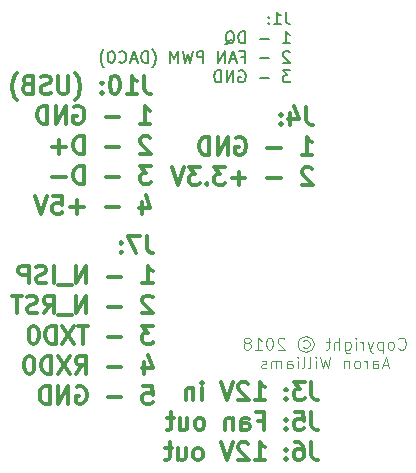
<source format=gbr>
G04 #@! TF.GenerationSoftware,KiCad,Pcbnew,5.0.2-5.0.2*
G04 #@! TF.CreationDate,2019-02-08T22:24:12-08:00*
G04 #@! TF.ProjectId,t962,74393632-2e6b-4696-9361-645f70636258,1.2.2*
G04 #@! TF.SameCoordinates,Original*
G04 #@! TF.FileFunction,Legend,Bot*
G04 #@! TF.FilePolarity,Positive*
%FSLAX46Y46*%
G04 Gerber Fmt 4.6, Leading zero omitted, Abs format (unit mm)*
G04 Created by KiCad (PCBNEW 5.0.2-5.0.2) date Fri 08 Feb 2019 10:24:12 PM PST*
%MOMM*%
%LPD*%
G01*
G04 APERTURE LIST*
%ADD10C,0.300000*%
%ADD11C,0.150000*%
%ADD12C,0.100000*%
G04 APERTURE END LIST*
D10*
X159019285Y-41828571D02*
X159019285Y-42900000D01*
X159090714Y-43114285D01*
X159233571Y-43257142D01*
X159447857Y-43328571D01*
X159590714Y-43328571D01*
X157662142Y-42328571D02*
X157662142Y-43328571D01*
X158019285Y-41757142D02*
X158376428Y-42828571D01*
X157447857Y-42828571D01*
X156876428Y-43185714D02*
X156805000Y-43257142D01*
X156876428Y-43328571D01*
X156947857Y-43257142D01*
X156876428Y-43185714D01*
X156876428Y-43328571D01*
X156876428Y-42400000D02*
X156805000Y-42471428D01*
X156876428Y-42542857D01*
X156947857Y-42471428D01*
X156876428Y-42400000D01*
X156876428Y-42542857D01*
X158662142Y-45878571D02*
X159519285Y-45878571D01*
X159090714Y-45878571D02*
X159090714Y-44378571D01*
X159233571Y-44592857D01*
X159376428Y-44735714D01*
X159519285Y-44807142D01*
X156876428Y-45307142D02*
X155733571Y-45307142D01*
X153090714Y-44450000D02*
X153233571Y-44378571D01*
X153447857Y-44378571D01*
X153662142Y-44450000D01*
X153805000Y-44592857D01*
X153876428Y-44735714D01*
X153947857Y-45021428D01*
X153947857Y-45235714D01*
X153876428Y-45521428D01*
X153805000Y-45664285D01*
X153662142Y-45807142D01*
X153447857Y-45878571D01*
X153305000Y-45878571D01*
X153090714Y-45807142D01*
X153019285Y-45735714D01*
X153019285Y-45235714D01*
X153305000Y-45235714D01*
X152376428Y-45878571D02*
X152376428Y-44378571D01*
X151519285Y-45878571D01*
X151519285Y-44378571D01*
X150805000Y-45878571D02*
X150805000Y-44378571D01*
X150447857Y-44378571D01*
X150233571Y-44450000D01*
X150090714Y-44592857D01*
X150019285Y-44735714D01*
X149947857Y-45021428D01*
X149947857Y-45235714D01*
X150019285Y-45521428D01*
X150090714Y-45664285D01*
X150233571Y-45807142D01*
X150447857Y-45878571D01*
X150805000Y-45878571D01*
X159519285Y-47071428D02*
X159447857Y-47000000D01*
X159305000Y-46928571D01*
X158947857Y-46928571D01*
X158805000Y-47000000D01*
X158733571Y-47071428D01*
X158662142Y-47214285D01*
X158662142Y-47357142D01*
X158733571Y-47571428D01*
X159590714Y-48428571D01*
X158662142Y-48428571D01*
X156876428Y-47857142D02*
X155733571Y-47857142D01*
X153876428Y-47857142D02*
X152733571Y-47857142D01*
X153305000Y-48428571D02*
X153305000Y-47285714D01*
X152162142Y-46928571D02*
X151233571Y-46928571D01*
X151733571Y-47500000D01*
X151519285Y-47500000D01*
X151376428Y-47571428D01*
X151305000Y-47642857D01*
X151233571Y-47785714D01*
X151233571Y-48142857D01*
X151305000Y-48285714D01*
X151376428Y-48357142D01*
X151519285Y-48428571D01*
X151947857Y-48428571D01*
X152090714Y-48357142D01*
X152162142Y-48285714D01*
X150590714Y-48285714D02*
X150519285Y-48357142D01*
X150590714Y-48428571D01*
X150662142Y-48357142D01*
X150590714Y-48285714D01*
X150590714Y-48428571D01*
X150019285Y-46928571D02*
X149090714Y-46928571D01*
X149590714Y-47500000D01*
X149376428Y-47500000D01*
X149233571Y-47571428D01*
X149162142Y-47642857D01*
X149090714Y-47785714D01*
X149090714Y-48142857D01*
X149162142Y-48285714D01*
X149233571Y-48357142D01*
X149376428Y-48428571D01*
X149805000Y-48428571D01*
X149947857Y-48357142D01*
X150019285Y-48285714D01*
X148662142Y-46928571D02*
X148162142Y-48428571D01*
X147662142Y-46928571D01*
D11*
X157278690Y-33777380D02*
X157278690Y-34491666D01*
X157326309Y-34634523D01*
X157421547Y-34729761D01*
X157564404Y-34777380D01*
X157659642Y-34777380D01*
X156278690Y-34777380D02*
X156850119Y-34777380D01*
X156564404Y-34777380D02*
X156564404Y-33777380D01*
X156659642Y-33920238D01*
X156754880Y-34015476D01*
X156850119Y-34063095D01*
X155850119Y-34682142D02*
X155802500Y-34729761D01*
X155850119Y-34777380D01*
X155897738Y-34729761D01*
X155850119Y-34682142D01*
X155850119Y-34777380D01*
X155850119Y-34158333D02*
X155802500Y-34205952D01*
X155850119Y-34253571D01*
X155897738Y-34205952D01*
X155850119Y-34158333D01*
X155850119Y-34253571D01*
X157040595Y-36427380D02*
X157612023Y-36427380D01*
X157326309Y-36427380D02*
X157326309Y-35427380D01*
X157421547Y-35570238D01*
X157516785Y-35665476D01*
X157612023Y-35713095D01*
X155850119Y-36046428D02*
X155088214Y-36046428D01*
X153850119Y-36427380D02*
X153850119Y-35427380D01*
X153612023Y-35427380D01*
X153469166Y-35475000D01*
X153373928Y-35570238D01*
X153326309Y-35665476D01*
X153278690Y-35855952D01*
X153278690Y-35998809D01*
X153326309Y-36189285D01*
X153373928Y-36284523D01*
X153469166Y-36379761D01*
X153612023Y-36427380D01*
X153850119Y-36427380D01*
X152183452Y-36522619D02*
X152278690Y-36475000D01*
X152373928Y-36379761D01*
X152516785Y-36236904D01*
X152612023Y-36189285D01*
X152707261Y-36189285D01*
X152659642Y-36427380D02*
X152754880Y-36379761D01*
X152850119Y-36284523D01*
X152897738Y-36094047D01*
X152897738Y-35760714D01*
X152850119Y-35570238D01*
X152754880Y-35475000D01*
X152659642Y-35427380D01*
X152469166Y-35427380D01*
X152373928Y-35475000D01*
X152278690Y-35570238D01*
X152231071Y-35760714D01*
X152231071Y-36094047D01*
X152278690Y-36284523D01*
X152373928Y-36379761D01*
X152469166Y-36427380D01*
X152659642Y-36427380D01*
X157612023Y-37172619D02*
X157564404Y-37125000D01*
X157469166Y-37077380D01*
X157231071Y-37077380D01*
X157135833Y-37125000D01*
X157088214Y-37172619D01*
X157040595Y-37267857D01*
X157040595Y-37363095D01*
X157088214Y-37505952D01*
X157659642Y-38077380D01*
X157040595Y-38077380D01*
X155850119Y-37696428D02*
X155088214Y-37696428D01*
X153516785Y-37553571D02*
X153850119Y-37553571D01*
X153850119Y-38077380D02*
X153850119Y-37077380D01*
X153373928Y-37077380D01*
X153040595Y-37791666D02*
X152564404Y-37791666D01*
X153135833Y-38077380D02*
X152802500Y-37077380D01*
X152469166Y-38077380D01*
X152135833Y-38077380D02*
X152135833Y-37077380D01*
X151564404Y-38077380D01*
X151564404Y-37077380D01*
X150326309Y-38077380D02*
X150326309Y-37077380D01*
X149945357Y-37077380D01*
X149850119Y-37125000D01*
X149802500Y-37172619D01*
X149754880Y-37267857D01*
X149754880Y-37410714D01*
X149802500Y-37505952D01*
X149850119Y-37553571D01*
X149945357Y-37601190D01*
X150326309Y-37601190D01*
X149421547Y-37077380D02*
X149183452Y-38077380D01*
X148992976Y-37363095D01*
X148802500Y-38077380D01*
X148564404Y-37077380D01*
X148183452Y-38077380D02*
X148183452Y-37077380D01*
X147850119Y-37791666D01*
X147516785Y-37077380D01*
X147516785Y-38077380D01*
X145992976Y-38458333D02*
X146040595Y-38410714D01*
X146135833Y-38267857D01*
X146183452Y-38172619D01*
X146231071Y-38029761D01*
X146278690Y-37791666D01*
X146278690Y-37601190D01*
X146231071Y-37363095D01*
X146183452Y-37220238D01*
X146135833Y-37125000D01*
X146040595Y-36982142D01*
X145992976Y-36934523D01*
X145612023Y-38077380D02*
X145612023Y-37077380D01*
X145373928Y-37077380D01*
X145231071Y-37125000D01*
X145135833Y-37220238D01*
X145088214Y-37315476D01*
X145040595Y-37505952D01*
X145040595Y-37648809D01*
X145088214Y-37839285D01*
X145135833Y-37934523D01*
X145231071Y-38029761D01*
X145373928Y-38077380D01*
X145612023Y-38077380D01*
X144659642Y-37791666D02*
X144183452Y-37791666D01*
X144754880Y-38077380D02*
X144421547Y-37077380D01*
X144088214Y-38077380D01*
X143183452Y-37982142D02*
X143231071Y-38029761D01*
X143373928Y-38077380D01*
X143469166Y-38077380D01*
X143612023Y-38029761D01*
X143707261Y-37934523D01*
X143754880Y-37839285D01*
X143802500Y-37648809D01*
X143802500Y-37505952D01*
X143754880Y-37315476D01*
X143707261Y-37220238D01*
X143612023Y-37125000D01*
X143469166Y-37077380D01*
X143373928Y-37077380D01*
X143231071Y-37125000D01*
X143183452Y-37172619D01*
X142564404Y-37077380D02*
X142469166Y-37077380D01*
X142373928Y-37125000D01*
X142326309Y-37172619D01*
X142278690Y-37267857D01*
X142231071Y-37458333D01*
X142231071Y-37696428D01*
X142278690Y-37886904D01*
X142326309Y-37982142D01*
X142373928Y-38029761D01*
X142469166Y-38077380D01*
X142564404Y-38077380D01*
X142659642Y-38029761D01*
X142707261Y-37982142D01*
X142754880Y-37886904D01*
X142802500Y-37696428D01*
X142802500Y-37458333D01*
X142754880Y-37267857D01*
X142707261Y-37172619D01*
X142659642Y-37125000D01*
X142564404Y-37077380D01*
X141897738Y-38458333D02*
X141850119Y-38410714D01*
X141754880Y-38267857D01*
X141707261Y-38172619D01*
X141659642Y-38029761D01*
X141612023Y-37791666D01*
X141612023Y-37601190D01*
X141659642Y-37363095D01*
X141707261Y-37220238D01*
X141754880Y-37125000D01*
X141850119Y-36982142D01*
X141897738Y-36934523D01*
X157659642Y-38727380D02*
X157040595Y-38727380D01*
X157373928Y-39108333D01*
X157231071Y-39108333D01*
X157135833Y-39155952D01*
X157088214Y-39203571D01*
X157040595Y-39298809D01*
X157040595Y-39536904D01*
X157088214Y-39632142D01*
X157135833Y-39679761D01*
X157231071Y-39727380D01*
X157516785Y-39727380D01*
X157612023Y-39679761D01*
X157659642Y-39632142D01*
X155850119Y-39346428D02*
X155088214Y-39346428D01*
X153326309Y-38775000D02*
X153421547Y-38727380D01*
X153564404Y-38727380D01*
X153707261Y-38775000D01*
X153802500Y-38870238D01*
X153850119Y-38965476D01*
X153897738Y-39155952D01*
X153897738Y-39298809D01*
X153850119Y-39489285D01*
X153802500Y-39584523D01*
X153707261Y-39679761D01*
X153564404Y-39727380D01*
X153469166Y-39727380D01*
X153326309Y-39679761D01*
X153278690Y-39632142D01*
X153278690Y-39298809D01*
X153469166Y-39298809D01*
X152850119Y-39727380D02*
X152850119Y-38727380D01*
X152278690Y-39727380D01*
X152278690Y-38727380D01*
X151802500Y-39727380D02*
X151802500Y-38727380D01*
X151564404Y-38727380D01*
X151421547Y-38775000D01*
X151326309Y-38870238D01*
X151278690Y-38965476D01*
X151231071Y-39155952D01*
X151231071Y-39298809D01*
X151278690Y-39489285D01*
X151326309Y-39584523D01*
X151421547Y-39679761D01*
X151564404Y-39727380D01*
X151802500Y-39727380D01*
D10*
X159469285Y-65103571D02*
X159469285Y-66175000D01*
X159540714Y-66389285D01*
X159683571Y-66532142D01*
X159897857Y-66603571D01*
X160040714Y-66603571D01*
X158897857Y-65103571D02*
X157969285Y-65103571D01*
X158469285Y-65675000D01*
X158255000Y-65675000D01*
X158112142Y-65746428D01*
X158040714Y-65817857D01*
X157969285Y-65960714D01*
X157969285Y-66317857D01*
X158040714Y-66460714D01*
X158112142Y-66532142D01*
X158255000Y-66603571D01*
X158683571Y-66603571D01*
X158826428Y-66532142D01*
X158897857Y-66460714D01*
X157326428Y-66460714D02*
X157255000Y-66532142D01*
X157326428Y-66603571D01*
X157397857Y-66532142D01*
X157326428Y-66460714D01*
X157326428Y-66603571D01*
X157326428Y-65675000D02*
X157255000Y-65746428D01*
X157326428Y-65817857D01*
X157397857Y-65746428D01*
X157326428Y-65675000D01*
X157326428Y-65817857D01*
X154683571Y-66603571D02*
X155540714Y-66603571D01*
X155112142Y-66603571D02*
X155112142Y-65103571D01*
X155255000Y-65317857D01*
X155397857Y-65460714D01*
X155540714Y-65532142D01*
X154112142Y-65246428D02*
X154040714Y-65175000D01*
X153897857Y-65103571D01*
X153540714Y-65103571D01*
X153397857Y-65175000D01*
X153326428Y-65246428D01*
X153255000Y-65389285D01*
X153255000Y-65532142D01*
X153326428Y-65746428D01*
X154183571Y-66603571D01*
X153255000Y-66603571D01*
X152826428Y-65103571D02*
X152326428Y-66603571D01*
X151826428Y-65103571D01*
X150183571Y-66603571D02*
X150183571Y-65603571D01*
X150183571Y-65103571D02*
X150255000Y-65175000D01*
X150183571Y-65246428D01*
X150112142Y-65175000D01*
X150183571Y-65103571D01*
X150183571Y-65246428D01*
X149469285Y-65603571D02*
X149469285Y-66603571D01*
X149469285Y-65746428D02*
X149397857Y-65675000D01*
X149255000Y-65603571D01*
X149040714Y-65603571D01*
X148897857Y-65675000D01*
X148826428Y-65817857D01*
X148826428Y-66603571D01*
X159469285Y-67653571D02*
X159469285Y-68725000D01*
X159540714Y-68939285D01*
X159683571Y-69082142D01*
X159897857Y-69153571D01*
X160040714Y-69153571D01*
X158040714Y-67653571D02*
X158755000Y-67653571D01*
X158826428Y-68367857D01*
X158755000Y-68296428D01*
X158612142Y-68225000D01*
X158255000Y-68225000D01*
X158112142Y-68296428D01*
X158040714Y-68367857D01*
X157969285Y-68510714D01*
X157969285Y-68867857D01*
X158040714Y-69010714D01*
X158112142Y-69082142D01*
X158255000Y-69153571D01*
X158612142Y-69153571D01*
X158755000Y-69082142D01*
X158826428Y-69010714D01*
X157326428Y-69010714D02*
X157255000Y-69082142D01*
X157326428Y-69153571D01*
X157397857Y-69082142D01*
X157326428Y-69010714D01*
X157326428Y-69153571D01*
X157326428Y-68225000D02*
X157255000Y-68296428D01*
X157326428Y-68367857D01*
X157397857Y-68296428D01*
X157326428Y-68225000D01*
X157326428Y-68367857D01*
X154969285Y-68367857D02*
X155469285Y-68367857D01*
X155469285Y-69153571D02*
X155469285Y-67653571D01*
X154755000Y-67653571D01*
X153540714Y-69153571D02*
X153540714Y-68367857D01*
X153612142Y-68225000D01*
X153755000Y-68153571D01*
X154040714Y-68153571D01*
X154183571Y-68225000D01*
X153540714Y-69082142D02*
X153683571Y-69153571D01*
X154040714Y-69153571D01*
X154183571Y-69082142D01*
X154255000Y-68939285D01*
X154255000Y-68796428D01*
X154183571Y-68653571D01*
X154040714Y-68582142D01*
X153683571Y-68582142D01*
X153540714Y-68510714D01*
X152826428Y-68153571D02*
X152826428Y-69153571D01*
X152826428Y-68296428D02*
X152755000Y-68225000D01*
X152612142Y-68153571D01*
X152397857Y-68153571D01*
X152255000Y-68225000D01*
X152183571Y-68367857D01*
X152183571Y-69153571D01*
X150112142Y-69153571D02*
X150255000Y-69082142D01*
X150326428Y-69010714D01*
X150397857Y-68867857D01*
X150397857Y-68439285D01*
X150326428Y-68296428D01*
X150255000Y-68225000D01*
X150112142Y-68153571D01*
X149897857Y-68153571D01*
X149755000Y-68225000D01*
X149683571Y-68296428D01*
X149612142Y-68439285D01*
X149612142Y-68867857D01*
X149683571Y-69010714D01*
X149755000Y-69082142D01*
X149897857Y-69153571D01*
X150112142Y-69153571D01*
X148326428Y-68153571D02*
X148326428Y-69153571D01*
X148969285Y-68153571D02*
X148969285Y-68939285D01*
X148897857Y-69082142D01*
X148755000Y-69153571D01*
X148540714Y-69153571D01*
X148397857Y-69082142D01*
X148326428Y-69010714D01*
X147826428Y-68153571D02*
X147255000Y-68153571D01*
X147612142Y-67653571D02*
X147612142Y-68939285D01*
X147540714Y-69082142D01*
X147397857Y-69153571D01*
X147255000Y-69153571D01*
X159469285Y-70203571D02*
X159469285Y-71275000D01*
X159540714Y-71489285D01*
X159683571Y-71632142D01*
X159897857Y-71703571D01*
X160040714Y-71703571D01*
X158112142Y-70203571D02*
X158397857Y-70203571D01*
X158540714Y-70275000D01*
X158612142Y-70346428D01*
X158755000Y-70560714D01*
X158826428Y-70846428D01*
X158826428Y-71417857D01*
X158755000Y-71560714D01*
X158683571Y-71632142D01*
X158540714Y-71703571D01*
X158255000Y-71703571D01*
X158112142Y-71632142D01*
X158040714Y-71560714D01*
X157969285Y-71417857D01*
X157969285Y-71060714D01*
X158040714Y-70917857D01*
X158112142Y-70846428D01*
X158255000Y-70775000D01*
X158540714Y-70775000D01*
X158683571Y-70846428D01*
X158755000Y-70917857D01*
X158826428Y-71060714D01*
X157326428Y-71560714D02*
X157255000Y-71632142D01*
X157326428Y-71703571D01*
X157397857Y-71632142D01*
X157326428Y-71560714D01*
X157326428Y-71703571D01*
X157326428Y-70775000D02*
X157255000Y-70846428D01*
X157326428Y-70917857D01*
X157397857Y-70846428D01*
X157326428Y-70775000D01*
X157326428Y-70917857D01*
X154683571Y-71703571D02*
X155540714Y-71703571D01*
X155112142Y-71703571D02*
X155112142Y-70203571D01*
X155255000Y-70417857D01*
X155397857Y-70560714D01*
X155540714Y-70632142D01*
X154112142Y-70346428D02*
X154040714Y-70275000D01*
X153897857Y-70203571D01*
X153540714Y-70203571D01*
X153397857Y-70275000D01*
X153326428Y-70346428D01*
X153255000Y-70489285D01*
X153255000Y-70632142D01*
X153326428Y-70846428D01*
X154183571Y-71703571D01*
X153255000Y-71703571D01*
X152826428Y-70203571D02*
X152326428Y-71703571D01*
X151826428Y-70203571D01*
X149969285Y-71703571D02*
X150112142Y-71632142D01*
X150183571Y-71560714D01*
X150255000Y-71417857D01*
X150255000Y-70989285D01*
X150183571Y-70846428D01*
X150112142Y-70775000D01*
X149969285Y-70703571D01*
X149755000Y-70703571D01*
X149612142Y-70775000D01*
X149540714Y-70846428D01*
X149469285Y-70989285D01*
X149469285Y-71417857D01*
X149540714Y-71560714D01*
X149612142Y-71632142D01*
X149755000Y-71703571D01*
X149969285Y-71703571D01*
X148183571Y-70703571D02*
X148183571Y-71703571D01*
X148826428Y-70703571D02*
X148826428Y-71489285D01*
X148755000Y-71632142D01*
X148612142Y-71703571D01*
X148397857Y-71703571D01*
X148255000Y-71632142D01*
X148183571Y-71560714D01*
X147683571Y-70703571D02*
X147112142Y-70703571D01*
X147469285Y-70203571D02*
X147469285Y-71489285D01*
X147397857Y-71632142D01*
X147255000Y-71703571D01*
X147112142Y-71703571D01*
X145319285Y-39178571D02*
X145319285Y-40250000D01*
X145390714Y-40464285D01*
X145533571Y-40607142D01*
X145747857Y-40678571D01*
X145890714Y-40678571D01*
X143819285Y-40678571D02*
X144676428Y-40678571D01*
X144247857Y-40678571D02*
X144247857Y-39178571D01*
X144390714Y-39392857D01*
X144533571Y-39535714D01*
X144676428Y-39607142D01*
X142890714Y-39178571D02*
X142747857Y-39178571D01*
X142605000Y-39250000D01*
X142533571Y-39321428D01*
X142462142Y-39464285D01*
X142390714Y-39750000D01*
X142390714Y-40107142D01*
X142462142Y-40392857D01*
X142533571Y-40535714D01*
X142605000Y-40607142D01*
X142747857Y-40678571D01*
X142890714Y-40678571D01*
X143033571Y-40607142D01*
X143105000Y-40535714D01*
X143176428Y-40392857D01*
X143247857Y-40107142D01*
X143247857Y-39750000D01*
X143176428Y-39464285D01*
X143105000Y-39321428D01*
X143033571Y-39250000D01*
X142890714Y-39178571D01*
X141747857Y-40535714D02*
X141676428Y-40607142D01*
X141747857Y-40678571D01*
X141819285Y-40607142D01*
X141747857Y-40535714D01*
X141747857Y-40678571D01*
X141747857Y-39750000D02*
X141676428Y-39821428D01*
X141747857Y-39892857D01*
X141819285Y-39821428D01*
X141747857Y-39750000D01*
X141747857Y-39892857D01*
X139462142Y-41250000D02*
X139533571Y-41178571D01*
X139676428Y-40964285D01*
X139747857Y-40821428D01*
X139819285Y-40607142D01*
X139890714Y-40250000D01*
X139890714Y-39964285D01*
X139819285Y-39607142D01*
X139747857Y-39392857D01*
X139676428Y-39250000D01*
X139533571Y-39035714D01*
X139462142Y-38964285D01*
X138890714Y-39178571D02*
X138890714Y-40392857D01*
X138819285Y-40535714D01*
X138747857Y-40607142D01*
X138605000Y-40678571D01*
X138319285Y-40678571D01*
X138176428Y-40607142D01*
X138105000Y-40535714D01*
X138033571Y-40392857D01*
X138033571Y-39178571D01*
X137390714Y-40607142D02*
X137176428Y-40678571D01*
X136819285Y-40678571D01*
X136676428Y-40607142D01*
X136605000Y-40535714D01*
X136533571Y-40392857D01*
X136533571Y-40250000D01*
X136605000Y-40107142D01*
X136676428Y-40035714D01*
X136819285Y-39964285D01*
X137105000Y-39892857D01*
X137247857Y-39821428D01*
X137319285Y-39750000D01*
X137390714Y-39607142D01*
X137390714Y-39464285D01*
X137319285Y-39321428D01*
X137247857Y-39250000D01*
X137105000Y-39178571D01*
X136747857Y-39178571D01*
X136533571Y-39250000D01*
X135390714Y-39892857D02*
X135176428Y-39964285D01*
X135105000Y-40035714D01*
X135033571Y-40178571D01*
X135033571Y-40392857D01*
X135105000Y-40535714D01*
X135176428Y-40607142D01*
X135319285Y-40678571D01*
X135890714Y-40678571D01*
X135890714Y-39178571D01*
X135390714Y-39178571D01*
X135247857Y-39250000D01*
X135176428Y-39321428D01*
X135105000Y-39464285D01*
X135105000Y-39607142D01*
X135176428Y-39750000D01*
X135247857Y-39821428D01*
X135390714Y-39892857D01*
X135890714Y-39892857D01*
X134533571Y-41250000D02*
X134462142Y-41178571D01*
X134319285Y-40964285D01*
X134247857Y-40821428D01*
X134176428Y-40607142D01*
X134105000Y-40250000D01*
X134105000Y-39964285D01*
X134176428Y-39607142D01*
X134247857Y-39392857D01*
X134319285Y-39250000D01*
X134462142Y-39035714D01*
X134533571Y-38964285D01*
X144962142Y-43228571D02*
X145819285Y-43228571D01*
X145390714Y-43228571D02*
X145390714Y-41728571D01*
X145533571Y-41942857D01*
X145676428Y-42085714D01*
X145819285Y-42157142D01*
X143176428Y-42657142D02*
X142033571Y-42657142D01*
X139390714Y-41800000D02*
X139533571Y-41728571D01*
X139747857Y-41728571D01*
X139962142Y-41800000D01*
X140105000Y-41942857D01*
X140176428Y-42085714D01*
X140247857Y-42371428D01*
X140247857Y-42585714D01*
X140176428Y-42871428D01*
X140105000Y-43014285D01*
X139962142Y-43157142D01*
X139747857Y-43228571D01*
X139605000Y-43228571D01*
X139390714Y-43157142D01*
X139319285Y-43085714D01*
X139319285Y-42585714D01*
X139605000Y-42585714D01*
X138676428Y-43228571D02*
X138676428Y-41728571D01*
X137819285Y-43228571D01*
X137819285Y-41728571D01*
X137105000Y-43228571D02*
X137105000Y-41728571D01*
X136747857Y-41728571D01*
X136533571Y-41800000D01*
X136390714Y-41942857D01*
X136319285Y-42085714D01*
X136247857Y-42371428D01*
X136247857Y-42585714D01*
X136319285Y-42871428D01*
X136390714Y-43014285D01*
X136533571Y-43157142D01*
X136747857Y-43228571D01*
X137105000Y-43228571D01*
X145819285Y-44421428D02*
X145747857Y-44350000D01*
X145605000Y-44278571D01*
X145247857Y-44278571D01*
X145105000Y-44350000D01*
X145033571Y-44421428D01*
X144962142Y-44564285D01*
X144962142Y-44707142D01*
X145033571Y-44921428D01*
X145890714Y-45778571D01*
X144962142Y-45778571D01*
X143176428Y-45207142D02*
X142033571Y-45207142D01*
X140176428Y-45778571D02*
X140176428Y-44278571D01*
X139819285Y-44278571D01*
X139605000Y-44350000D01*
X139462142Y-44492857D01*
X139390714Y-44635714D01*
X139319285Y-44921428D01*
X139319285Y-45135714D01*
X139390714Y-45421428D01*
X139462142Y-45564285D01*
X139605000Y-45707142D01*
X139819285Y-45778571D01*
X140176428Y-45778571D01*
X138676428Y-45207142D02*
X137533571Y-45207142D01*
X138105000Y-45778571D02*
X138105000Y-44635714D01*
X145890714Y-46828571D02*
X144962142Y-46828571D01*
X145462142Y-47400000D01*
X145247857Y-47400000D01*
X145105000Y-47471428D01*
X145033571Y-47542857D01*
X144962142Y-47685714D01*
X144962142Y-48042857D01*
X145033571Y-48185714D01*
X145105000Y-48257142D01*
X145247857Y-48328571D01*
X145676428Y-48328571D01*
X145819285Y-48257142D01*
X145890714Y-48185714D01*
X143176428Y-47757142D02*
X142033571Y-47757142D01*
X140176428Y-48328571D02*
X140176428Y-46828571D01*
X139819285Y-46828571D01*
X139605000Y-46900000D01*
X139462142Y-47042857D01*
X139390714Y-47185714D01*
X139319285Y-47471428D01*
X139319285Y-47685714D01*
X139390714Y-47971428D01*
X139462142Y-48114285D01*
X139605000Y-48257142D01*
X139819285Y-48328571D01*
X140176428Y-48328571D01*
X138676428Y-47757142D02*
X137533571Y-47757142D01*
X145105000Y-49878571D02*
X145105000Y-50878571D01*
X145462142Y-49307142D02*
X145819285Y-50378571D01*
X144890714Y-50378571D01*
X143176428Y-50307142D02*
X142033571Y-50307142D01*
X140176428Y-50307142D02*
X139033571Y-50307142D01*
X139605000Y-50878571D02*
X139605000Y-49735714D01*
X137605000Y-49378571D02*
X138319285Y-49378571D01*
X138390714Y-50092857D01*
X138319285Y-50021428D01*
X138176428Y-49950000D01*
X137819285Y-49950000D01*
X137676428Y-50021428D01*
X137605000Y-50092857D01*
X137533571Y-50235714D01*
X137533571Y-50592857D01*
X137605000Y-50735714D01*
X137676428Y-50807142D01*
X137819285Y-50878571D01*
X138176428Y-50878571D01*
X138319285Y-50807142D01*
X138390714Y-50735714D01*
X137105000Y-49378571D02*
X136605000Y-50878571D01*
X136105000Y-49378571D01*
X145519285Y-52703571D02*
X145519285Y-53775000D01*
X145590714Y-53989285D01*
X145733571Y-54132142D01*
X145947857Y-54203571D01*
X146090714Y-54203571D01*
X144947857Y-52703571D02*
X143947857Y-52703571D01*
X144590714Y-54203571D01*
X143376428Y-54060714D02*
X143305000Y-54132142D01*
X143376428Y-54203571D01*
X143447857Y-54132142D01*
X143376428Y-54060714D01*
X143376428Y-54203571D01*
X143376428Y-53275000D02*
X143305000Y-53346428D01*
X143376428Y-53417857D01*
X143447857Y-53346428D01*
X143376428Y-53275000D01*
X143376428Y-53417857D01*
X145162142Y-56753571D02*
X146019285Y-56753571D01*
X145590714Y-56753571D02*
X145590714Y-55253571D01*
X145733571Y-55467857D01*
X145876428Y-55610714D01*
X146019285Y-55682142D01*
X143376428Y-56182142D02*
X142233571Y-56182142D01*
X140376428Y-56753571D02*
X140376428Y-55253571D01*
X139519285Y-56753571D01*
X139519285Y-55253571D01*
X139162142Y-56896428D02*
X138019285Y-56896428D01*
X137662142Y-56753571D02*
X137662142Y-55253571D01*
X137019285Y-56682142D02*
X136805000Y-56753571D01*
X136447857Y-56753571D01*
X136305000Y-56682142D01*
X136233571Y-56610714D01*
X136162142Y-56467857D01*
X136162142Y-56325000D01*
X136233571Y-56182142D01*
X136305000Y-56110714D01*
X136447857Y-56039285D01*
X136733571Y-55967857D01*
X136876428Y-55896428D01*
X136947857Y-55825000D01*
X137019285Y-55682142D01*
X137019285Y-55539285D01*
X136947857Y-55396428D01*
X136876428Y-55325000D01*
X136733571Y-55253571D01*
X136376428Y-55253571D01*
X136162142Y-55325000D01*
X135519285Y-56753571D02*
X135519285Y-55253571D01*
X134947857Y-55253571D01*
X134805000Y-55325000D01*
X134733571Y-55396428D01*
X134662142Y-55539285D01*
X134662142Y-55753571D01*
X134733571Y-55896428D01*
X134805000Y-55967857D01*
X134947857Y-56039285D01*
X135519285Y-56039285D01*
X146019285Y-57946428D02*
X145947857Y-57875000D01*
X145805000Y-57803571D01*
X145447857Y-57803571D01*
X145305000Y-57875000D01*
X145233571Y-57946428D01*
X145162142Y-58089285D01*
X145162142Y-58232142D01*
X145233571Y-58446428D01*
X146090714Y-59303571D01*
X145162142Y-59303571D01*
X143376428Y-58732142D02*
X142233571Y-58732142D01*
X140376428Y-59303571D02*
X140376428Y-57803571D01*
X139519285Y-59303571D01*
X139519285Y-57803571D01*
X139162142Y-59446428D02*
X138019285Y-59446428D01*
X136805000Y-59303571D02*
X137305000Y-58589285D01*
X137662142Y-59303571D02*
X137662142Y-57803571D01*
X137090714Y-57803571D01*
X136947857Y-57875000D01*
X136876428Y-57946428D01*
X136805000Y-58089285D01*
X136805000Y-58303571D01*
X136876428Y-58446428D01*
X136947857Y-58517857D01*
X137090714Y-58589285D01*
X137662142Y-58589285D01*
X136233571Y-59232142D02*
X136019285Y-59303571D01*
X135662142Y-59303571D01*
X135519285Y-59232142D01*
X135447857Y-59160714D01*
X135376428Y-59017857D01*
X135376428Y-58875000D01*
X135447857Y-58732142D01*
X135519285Y-58660714D01*
X135662142Y-58589285D01*
X135947857Y-58517857D01*
X136090714Y-58446428D01*
X136162142Y-58375000D01*
X136233571Y-58232142D01*
X136233571Y-58089285D01*
X136162142Y-57946428D01*
X136090714Y-57875000D01*
X135947857Y-57803571D01*
X135590714Y-57803571D01*
X135376428Y-57875000D01*
X134947857Y-57803571D02*
X134090714Y-57803571D01*
X134519285Y-59303571D02*
X134519285Y-57803571D01*
X146090714Y-60353571D02*
X145162142Y-60353571D01*
X145662142Y-60925000D01*
X145447857Y-60925000D01*
X145305000Y-60996428D01*
X145233571Y-61067857D01*
X145162142Y-61210714D01*
X145162142Y-61567857D01*
X145233571Y-61710714D01*
X145305000Y-61782142D01*
X145447857Y-61853571D01*
X145876428Y-61853571D01*
X146019285Y-61782142D01*
X146090714Y-61710714D01*
X143376428Y-61282142D02*
X142233571Y-61282142D01*
X140590714Y-60353571D02*
X139733571Y-60353571D01*
X140162142Y-61853571D02*
X140162142Y-60353571D01*
X139376428Y-60353571D02*
X138376428Y-61853571D01*
X138376428Y-60353571D02*
X139376428Y-61853571D01*
X137805000Y-61853571D02*
X137805000Y-60353571D01*
X137447857Y-60353571D01*
X137233571Y-60425000D01*
X137090714Y-60567857D01*
X137019285Y-60710714D01*
X136947857Y-60996428D01*
X136947857Y-61210714D01*
X137019285Y-61496428D01*
X137090714Y-61639285D01*
X137233571Y-61782142D01*
X137447857Y-61853571D01*
X137805000Y-61853571D01*
X136019285Y-60353571D02*
X135876428Y-60353571D01*
X135733571Y-60425000D01*
X135662142Y-60496428D01*
X135590714Y-60639285D01*
X135519285Y-60925000D01*
X135519285Y-61282142D01*
X135590714Y-61567857D01*
X135662142Y-61710714D01*
X135733571Y-61782142D01*
X135876428Y-61853571D01*
X136019285Y-61853571D01*
X136162142Y-61782142D01*
X136233571Y-61710714D01*
X136305000Y-61567857D01*
X136376428Y-61282142D01*
X136376428Y-60925000D01*
X136305000Y-60639285D01*
X136233571Y-60496428D01*
X136162142Y-60425000D01*
X136019285Y-60353571D01*
X145305000Y-63403571D02*
X145305000Y-64403571D01*
X145662142Y-62832142D02*
X146019285Y-63903571D01*
X145090714Y-63903571D01*
X143376428Y-63832142D02*
X142233571Y-63832142D01*
X139519285Y-64403571D02*
X140019285Y-63689285D01*
X140376428Y-64403571D02*
X140376428Y-62903571D01*
X139805000Y-62903571D01*
X139662142Y-62975000D01*
X139590714Y-63046428D01*
X139519285Y-63189285D01*
X139519285Y-63403571D01*
X139590714Y-63546428D01*
X139662142Y-63617857D01*
X139805000Y-63689285D01*
X140376428Y-63689285D01*
X139019285Y-62903571D02*
X138019285Y-64403571D01*
X138019285Y-62903571D02*
X139019285Y-64403571D01*
X137447857Y-64403571D02*
X137447857Y-62903571D01*
X137090714Y-62903571D01*
X136876428Y-62975000D01*
X136733571Y-63117857D01*
X136662142Y-63260714D01*
X136590714Y-63546428D01*
X136590714Y-63760714D01*
X136662142Y-64046428D01*
X136733571Y-64189285D01*
X136876428Y-64332142D01*
X137090714Y-64403571D01*
X137447857Y-64403571D01*
X135662142Y-62903571D02*
X135519285Y-62903571D01*
X135376428Y-62975000D01*
X135305000Y-63046428D01*
X135233571Y-63189285D01*
X135162142Y-63475000D01*
X135162142Y-63832142D01*
X135233571Y-64117857D01*
X135305000Y-64260714D01*
X135376428Y-64332142D01*
X135519285Y-64403571D01*
X135662142Y-64403571D01*
X135805000Y-64332142D01*
X135876428Y-64260714D01*
X135947857Y-64117857D01*
X136019285Y-63832142D01*
X136019285Y-63475000D01*
X135947857Y-63189285D01*
X135876428Y-63046428D01*
X135805000Y-62975000D01*
X135662142Y-62903571D01*
X145233571Y-65453571D02*
X145947857Y-65453571D01*
X146019285Y-66167857D01*
X145947857Y-66096428D01*
X145805000Y-66025000D01*
X145447857Y-66025000D01*
X145305000Y-66096428D01*
X145233571Y-66167857D01*
X145162142Y-66310714D01*
X145162142Y-66667857D01*
X145233571Y-66810714D01*
X145305000Y-66882142D01*
X145447857Y-66953571D01*
X145805000Y-66953571D01*
X145947857Y-66882142D01*
X146019285Y-66810714D01*
X143376428Y-66382142D02*
X142233571Y-66382142D01*
X139590714Y-65525000D02*
X139733571Y-65453571D01*
X139947857Y-65453571D01*
X140162142Y-65525000D01*
X140305000Y-65667857D01*
X140376428Y-65810714D01*
X140447857Y-66096428D01*
X140447857Y-66310714D01*
X140376428Y-66596428D01*
X140305000Y-66739285D01*
X140162142Y-66882142D01*
X139947857Y-66953571D01*
X139805000Y-66953571D01*
X139590714Y-66882142D01*
X139519285Y-66810714D01*
X139519285Y-66310714D01*
X139805000Y-66310714D01*
X138876428Y-66953571D02*
X138876428Y-65453571D01*
X138019285Y-66953571D01*
X138019285Y-65453571D01*
X137305000Y-66953571D02*
X137305000Y-65453571D01*
X136947857Y-65453571D01*
X136733571Y-65525000D01*
X136590714Y-65667857D01*
X136519285Y-65810714D01*
X136447857Y-66096428D01*
X136447857Y-66310714D01*
X136519285Y-66596428D01*
X136590714Y-66739285D01*
X136733571Y-66882142D01*
X136947857Y-66953571D01*
X137305000Y-66953571D01*
D12*
X166838095Y-62257142D02*
X166885714Y-62304761D01*
X167028571Y-62352380D01*
X167123809Y-62352380D01*
X167266666Y-62304761D01*
X167361904Y-62209523D01*
X167409523Y-62114285D01*
X167457142Y-61923809D01*
X167457142Y-61780952D01*
X167409523Y-61590476D01*
X167361904Y-61495238D01*
X167266666Y-61400000D01*
X167123809Y-61352380D01*
X167028571Y-61352380D01*
X166885714Y-61400000D01*
X166838095Y-61447619D01*
X166266666Y-62352380D02*
X166361904Y-62304761D01*
X166409523Y-62257142D01*
X166457142Y-62161904D01*
X166457142Y-61876190D01*
X166409523Y-61780952D01*
X166361904Y-61733333D01*
X166266666Y-61685714D01*
X166123809Y-61685714D01*
X166028571Y-61733333D01*
X165980952Y-61780952D01*
X165933333Y-61876190D01*
X165933333Y-62161904D01*
X165980952Y-62257142D01*
X166028571Y-62304761D01*
X166123809Y-62352380D01*
X166266666Y-62352380D01*
X165504761Y-61685714D02*
X165504761Y-62685714D01*
X165504761Y-61733333D02*
X165409523Y-61685714D01*
X165219047Y-61685714D01*
X165123809Y-61733333D01*
X165076190Y-61780952D01*
X165028571Y-61876190D01*
X165028571Y-62161904D01*
X165076190Y-62257142D01*
X165123809Y-62304761D01*
X165219047Y-62352380D01*
X165409523Y-62352380D01*
X165504761Y-62304761D01*
X164695238Y-61685714D02*
X164457142Y-62352380D01*
X164219047Y-61685714D02*
X164457142Y-62352380D01*
X164552380Y-62590476D01*
X164600000Y-62638095D01*
X164695238Y-62685714D01*
X163838095Y-62352380D02*
X163838095Y-61685714D01*
X163838095Y-61876190D02*
X163790476Y-61780952D01*
X163742857Y-61733333D01*
X163647619Y-61685714D01*
X163552380Y-61685714D01*
X163219047Y-62352380D02*
X163219047Y-61685714D01*
X163219047Y-61352380D02*
X163266666Y-61400000D01*
X163219047Y-61447619D01*
X163171428Y-61400000D01*
X163219047Y-61352380D01*
X163219047Y-61447619D01*
X162314285Y-61685714D02*
X162314285Y-62495238D01*
X162361904Y-62590476D01*
X162409523Y-62638095D01*
X162504761Y-62685714D01*
X162647619Y-62685714D01*
X162742857Y-62638095D01*
X162314285Y-62304761D02*
X162409523Y-62352380D01*
X162600000Y-62352380D01*
X162695238Y-62304761D01*
X162742857Y-62257142D01*
X162790476Y-62161904D01*
X162790476Y-61876190D01*
X162742857Y-61780952D01*
X162695238Y-61733333D01*
X162600000Y-61685714D01*
X162409523Y-61685714D01*
X162314285Y-61733333D01*
X161838095Y-62352380D02*
X161838095Y-61352380D01*
X161409523Y-62352380D02*
X161409523Y-61828571D01*
X161457142Y-61733333D01*
X161552380Y-61685714D01*
X161695238Y-61685714D01*
X161790476Y-61733333D01*
X161838095Y-61780952D01*
X161076190Y-61685714D02*
X160695238Y-61685714D01*
X160933333Y-61352380D02*
X160933333Y-62209523D01*
X160885714Y-62304761D01*
X160790476Y-62352380D01*
X160695238Y-62352380D01*
X158790476Y-61590476D02*
X158885714Y-61542857D01*
X159076190Y-61542857D01*
X159171428Y-61590476D01*
X159266666Y-61685714D01*
X159314285Y-61780952D01*
X159314285Y-61971428D01*
X159266666Y-62066666D01*
X159171428Y-62161904D01*
X159076190Y-62209523D01*
X158885714Y-62209523D01*
X158790476Y-62161904D01*
X158980952Y-61209523D02*
X159219047Y-61257142D01*
X159457142Y-61400000D01*
X159600000Y-61638095D01*
X159647619Y-61876190D01*
X159600000Y-62114285D01*
X159457142Y-62352380D01*
X159219047Y-62495238D01*
X158980952Y-62542857D01*
X158742857Y-62495238D01*
X158504761Y-62352380D01*
X158361904Y-62114285D01*
X158314285Y-61876190D01*
X158361904Y-61638095D01*
X158504761Y-61400000D01*
X158742857Y-61257142D01*
X158980952Y-61209523D01*
X157171428Y-61447619D02*
X157123809Y-61400000D01*
X157028571Y-61352380D01*
X156790476Y-61352380D01*
X156695238Y-61400000D01*
X156647619Y-61447619D01*
X156600000Y-61542857D01*
X156600000Y-61638095D01*
X156647619Y-61780952D01*
X157219047Y-62352380D01*
X156600000Y-62352380D01*
X155980952Y-61352380D02*
X155885714Y-61352380D01*
X155790476Y-61400000D01*
X155742857Y-61447619D01*
X155695238Y-61542857D01*
X155647619Y-61733333D01*
X155647619Y-61971428D01*
X155695238Y-62161904D01*
X155742857Y-62257142D01*
X155790476Y-62304761D01*
X155885714Y-62352380D01*
X155980952Y-62352380D01*
X156076190Y-62304761D01*
X156123809Y-62257142D01*
X156171428Y-62161904D01*
X156219047Y-61971428D01*
X156219047Y-61733333D01*
X156171428Y-61542857D01*
X156123809Y-61447619D01*
X156076190Y-61400000D01*
X155980952Y-61352380D01*
X154695238Y-62352380D02*
X155266666Y-62352380D01*
X154980952Y-62352380D02*
X154980952Y-61352380D01*
X155076190Y-61495238D01*
X155171428Y-61590476D01*
X155266666Y-61638095D01*
X154123809Y-61780952D02*
X154219047Y-61733333D01*
X154266666Y-61685714D01*
X154314285Y-61590476D01*
X154314285Y-61542857D01*
X154266666Y-61447619D01*
X154219047Y-61400000D01*
X154123809Y-61352380D01*
X153933333Y-61352380D01*
X153838095Y-61400000D01*
X153790476Y-61447619D01*
X153742857Y-61542857D01*
X153742857Y-61590476D01*
X153790476Y-61685714D01*
X153838095Y-61733333D01*
X153933333Y-61780952D01*
X154123809Y-61780952D01*
X154219047Y-61828571D01*
X154266666Y-61876190D01*
X154314285Y-61971428D01*
X154314285Y-62161904D01*
X154266666Y-62257142D01*
X154219047Y-62304761D01*
X154123809Y-62352380D01*
X153933333Y-62352380D01*
X153838095Y-62304761D01*
X153790476Y-62257142D01*
X153742857Y-62161904D01*
X153742857Y-61971428D01*
X153790476Y-61876190D01*
X153838095Y-61828571D01*
X153933333Y-61780952D01*
X165980952Y-63666666D02*
X165504761Y-63666666D01*
X166076190Y-63952380D02*
X165742857Y-62952380D01*
X165409523Y-63952380D01*
X164647619Y-63952380D02*
X164647619Y-63428571D01*
X164695238Y-63333333D01*
X164790476Y-63285714D01*
X164980952Y-63285714D01*
X165076190Y-63333333D01*
X164647619Y-63904761D02*
X164742857Y-63952380D01*
X164980952Y-63952380D01*
X165076190Y-63904761D01*
X165123809Y-63809523D01*
X165123809Y-63714285D01*
X165076190Y-63619047D01*
X164980952Y-63571428D01*
X164742857Y-63571428D01*
X164647619Y-63523809D01*
X164171428Y-63952380D02*
X164171428Y-63285714D01*
X164171428Y-63476190D02*
X164123809Y-63380952D01*
X164076190Y-63333333D01*
X163980952Y-63285714D01*
X163885714Y-63285714D01*
X163409523Y-63952380D02*
X163504761Y-63904761D01*
X163552380Y-63857142D01*
X163600000Y-63761904D01*
X163600000Y-63476190D01*
X163552380Y-63380952D01*
X163504761Y-63333333D01*
X163409523Y-63285714D01*
X163266666Y-63285714D01*
X163171428Y-63333333D01*
X163123809Y-63380952D01*
X163076190Y-63476190D01*
X163076190Y-63761904D01*
X163123809Y-63857142D01*
X163171428Y-63904761D01*
X163266666Y-63952380D01*
X163409523Y-63952380D01*
X162647619Y-63285714D02*
X162647619Y-63952380D01*
X162647619Y-63380952D02*
X162600000Y-63333333D01*
X162504761Y-63285714D01*
X162361904Y-63285714D01*
X162266666Y-63333333D01*
X162219047Y-63428571D01*
X162219047Y-63952380D01*
X161076190Y-62952380D02*
X160838095Y-63952380D01*
X160647619Y-63238095D01*
X160457142Y-63952380D01*
X160219047Y-62952380D01*
X159838095Y-63952380D02*
X159838095Y-63285714D01*
X159838095Y-62952380D02*
X159885714Y-63000000D01*
X159838095Y-63047619D01*
X159790476Y-63000000D01*
X159838095Y-62952380D01*
X159838095Y-63047619D01*
X159219047Y-63952380D02*
X159314285Y-63904761D01*
X159361904Y-63809523D01*
X159361904Y-62952380D01*
X158695238Y-63952380D02*
X158790476Y-63904761D01*
X158838095Y-63809523D01*
X158838095Y-62952380D01*
X158314285Y-63952380D02*
X158314285Y-63285714D01*
X158314285Y-62952380D02*
X158361904Y-63000000D01*
X158314285Y-63047619D01*
X158266666Y-63000000D01*
X158314285Y-62952380D01*
X158314285Y-63047619D01*
X157409523Y-63952380D02*
X157409523Y-63428571D01*
X157457142Y-63333333D01*
X157552380Y-63285714D01*
X157742857Y-63285714D01*
X157838095Y-63333333D01*
X157409523Y-63904761D02*
X157504761Y-63952380D01*
X157742857Y-63952380D01*
X157838095Y-63904761D01*
X157885714Y-63809523D01*
X157885714Y-63714285D01*
X157838095Y-63619047D01*
X157742857Y-63571428D01*
X157504761Y-63571428D01*
X157409523Y-63523809D01*
X156933333Y-63952380D02*
X156933333Y-63285714D01*
X156933333Y-63380952D02*
X156885714Y-63333333D01*
X156790476Y-63285714D01*
X156647619Y-63285714D01*
X156552380Y-63333333D01*
X156504761Y-63428571D01*
X156504761Y-63952380D01*
X156504761Y-63428571D02*
X156457142Y-63333333D01*
X156361904Y-63285714D01*
X156219047Y-63285714D01*
X156123809Y-63333333D01*
X156076190Y-63428571D01*
X156076190Y-63952380D01*
X155647619Y-63904761D02*
X155552380Y-63952380D01*
X155361904Y-63952380D01*
X155266666Y-63904761D01*
X155219047Y-63809523D01*
X155219047Y-63761904D01*
X155266666Y-63666666D01*
X155361904Y-63619047D01*
X155504761Y-63619047D01*
X155600000Y-63571428D01*
X155647619Y-63476190D01*
X155647619Y-63428571D01*
X155600000Y-63333333D01*
X155504761Y-63285714D01*
X155361904Y-63285714D01*
X155266666Y-63333333D01*
M02*

</source>
